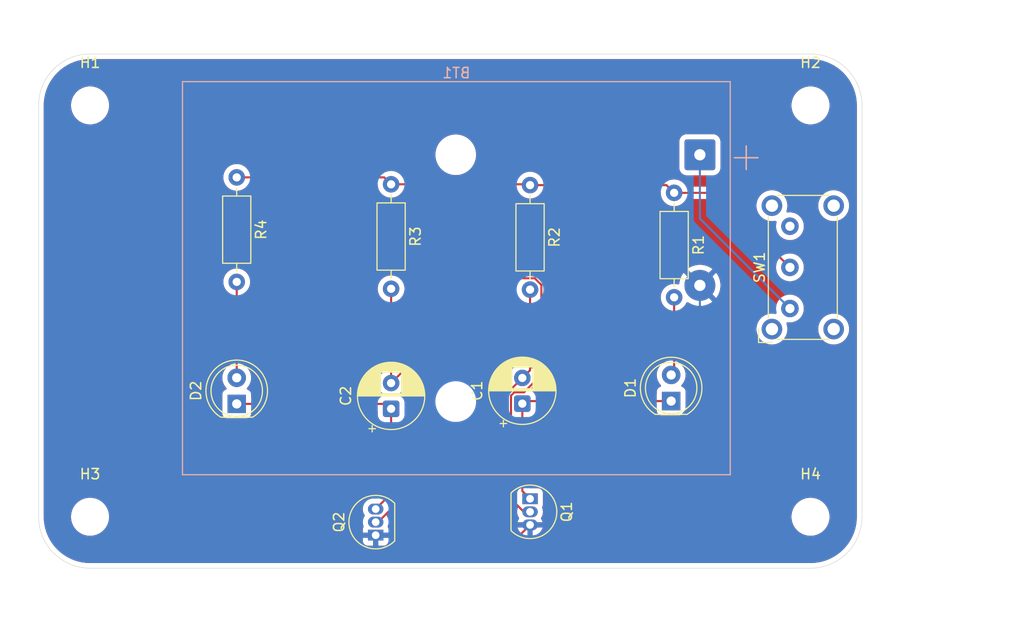
<source format=kicad_pcb>
(kicad_pcb (version 20241229) (generator "pcbnew") (generator_version "9.0")
  (layers (0 "F.Cu" signal) (2 "B.Cu" signal) (13 "F.Paste" user) (15 "B.Paste" user) (5 "F.SilkS" user "F.Silkscreen") (7 "B.SilkS" user "B.Silkscreen") (1 "F.Mask" user) (3 "B.Mask" user) (25 "Edge.Cuts" user))
  (net 0 "")
  (net 1 "Net-(BT1-+)")
  (net 2 "GND")
  (net 3 "Net-(D1-K)")
  (net 4 "Net-(Q2-B)")
  (net 5 "Net-(D2-K)")
  (net 6 "Net-(Q1-B)")
  (net 7 "Net-(D1-A)")
  (net 8 "Net-(D2-A)")
  (net 9 "VCC")
  (footprint "MountingHole:MountingHole_3.2mm_M3" (layer "F.Cu") (at 225 70)
    (property "Reference" "H2" (at 0 -4.15 0) (layer "F.SilkS"))
    (property "Value" "MountingHole")
    (pad "" np_thru_hole circle (at 0 0) (size 3.2 3.2) (drill 3.2) (layers "*.Cu" "*.Mask"))
  )
  (footprint "Capacitor_THT:CP_Radial_D6.3mm_P2.50mm" (layer "F.Cu") (at 197 99 90)
    (property "Reference" "C1" (at 1.25 -4.4 90) (layer "F.SilkS"))
    (property "Value" "10u")
    (fp_line (start 1.29 -3.23) (end 1.29 3.23) (stroke (width 0.12)) (layer "F.SilkS"))
    (fp_line (start 1.25 -3.23) (end 1.25 3.23) (stroke (width 0.12)) (layer "F.SilkS"))
    (fp_line (start 1.33 -3.229) (end 1.33 3.229) (stroke (width 0.12)) (layer "F.SilkS"))
    (fp_line (start 1.37 -3.228) (end 1.37 3.228) (stroke (width 0.12)) (layer "F.SilkS"))
    (fp_line (start 1.41 -3.226) (end 1.41 3.226) (stroke (width 0.12)) (layer "F.SilkS"))
    (fp_line (start 1.45 -3.224) (end 1.45 3.224) (stroke (width 0.12)) (layer "F.SilkS"))
    (fp_line (start 1.49 -3.221) (end 1.49 -1.04) (stroke (width 0.12)) (layer "F.SilkS"))
    (fp_line (start 1.53 -3.218) (end 1.53 -1.04) (stroke (width 0.12)) (layer "F.SilkS"))
    (fp_line (start 1.57 -3.214) (end 1.57 -1.04) (stroke (width 0.12)) (layer "F.SilkS"))
    (fp_line (start 1.61 -3.21) (end 1.61 -1.04) (stroke (width 0.12)) (layer "F.SilkS"))
    (fp_line (start 1.65 -3.205) (end 1.65 -1.04) (stroke (width 0.12)) (layer "F.SilkS"))
    (fp_line (start 1.69 -3.2) (end 1.69 -1.04) (stroke (width 0.12)) (layer "F.SilkS"))
    (fp_line (start 1.73 -3.195) (end 1.73 -1.04) (stroke (width 0.12)) (layer "F.SilkS"))
    (fp_line (start 1.77 -3.188) (end 1.77 -1.04) (stroke (width 0.12)) (layer "F.SilkS"))
    (fp_line (start 1.81 -3.182) (end 1.81 -1.04) (stroke (width 0.12)) (layer "F.SilkS"))
    (fp_line (start 1.85 -3.174) (end 1.85 -1.04) (stroke (width 0.12)) (layer "F.SilkS"))
    (fp_line (start 1.89 -3.167) (end 1.89 -1.04) (stroke (width 0.12)) (layer "F.SilkS"))
    (fp_line (start 1.93 -3.159) (end 1.93 -1.04) (stroke (width 0.12)) (layer "F.SilkS"))
    (fp_line (start 1.97 -3.15) (end 1.97 -1.04) (stroke (width 0.12)) (layer "F.SilkS"))
    (fp_line (start 2.01 -3.14) (end 2.01 -1.04) (stroke (width 0.12)) (layer "F.SilkS"))
    (fp_line (start 2.05 -3.131) (end 2.05 -1.04) (stroke (width 0.12)) (layer "F.SilkS"))
    (fp_line (start 2.09 -3.12) (end 2.09 -1.04) (stroke (width 0.12)) (layer "F.SilkS"))
    (fp_line (start 2.13 -3.109) (end 2.13 -1.04) (stroke (width 0.12)) (layer "F.SilkS"))
    (fp_line (start 2.17 -3.098) (end 2.17 -1.04) (stroke (width 0.12)) (layer "F.SilkS"))
    (fp_line (start 2.21 -3.086) (end 2.21 -1.04) (stroke (width 0.12)) (layer "F.SilkS"))
    (fp_line (start 2.25 -3.073) (end 2.25 -1.04) (stroke (width 0.12)) (layer "F.SilkS"))
    (fp_line (start 2.29 -3.06) (end 2.29 -1.04) (stroke (width 0.12)) (layer "F.SilkS"))
    (fp_line (start 2.33 -3.047) (end 2.33 -1.04) (stroke (width 0.12)) (layer "F.SilkS"))
    (fp_line (start 2.37 -3.032) (end 2.37 -1.04) (stroke (width 0.12)) (layer "F.SilkS"))
    (fp_line (start 2.41 -3.017) (end 2.41 -1.04) (stroke (width 0.12)) (layer "F.SilkS"))
    (fp_line (start 2.45 -3.002) (end 2.45 -1.04) (stroke (width 0.12)) (layer "F.SilkS"))
    (fp_line (start 2.49 -2.986) (end 2.49 -1.04) (stroke (width 0.12)) (layer "F.SilkS"))
    (fp_line (start 2.53 -2.969) (end 2.53 -1.04) (stroke (width 0.12)) (layer "F.SilkS"))
    (fp_line (start 2.57 -2.952) (end 2.57 -1.04) (stroke (width 0.12)) (layer "F.SilkS"))
    (fp_line (start 2.61 -2.934) (end 2.61 -1.04) (stroke (width 0.12)) (layer "F.SilkS"))
    (fp_line (start 2.65 -2.915) (end 2.65 -1.04) (stroke (width 0.12)) (layer "F.SilkS"))
    (fp_line (start 2.69 -2.896) (end 2.69 -1.04) (stroke (width 0.12)) (layer "F.SilkS"))
    (fp_line (start 2.73 -2.876) (end 2.73 -1.04) (stroke (width 0.12)) (layer "F.SilkS"))
    (fp_line (start 2.77 -2.855) (end 2.77 -1.04) (stroke (width 0.12)) (layer "F.SilkS"))
    (fp_line (start 2.81 -2.834) (end 2.81 -1.04) (stroke (width 0.12)) (layer "F.SilkS"))
    (fp_line (start 2.85 -2.812) (end 2.85 -1.04) (stroke (width 0.12)) (layer "F.SilkS"))
    (fp_line (start 2.89 -2.789) (end 2.89 -1.04) (stroke (width 0.12)) (layer "F.SilkS"))
    (fp_line (start 2.93 -2.765) (end 2.93 -1.04) (stroke (width 0.12)) (layer "F.SilkS"))
    (fp_line (start 2.97 -2.741) (end 2.97 -1.04) (stroke (width 0.12)) (layer "F.SilkS"))
    (fp_line (start 3.01 -2.716) (end 3.01 -1.04) (stroke (width 0.12)) (layer "F.SilkS"))
    (fp_line (start 3.05 -2.69) (end 3.05 -1.04) (stroke (width 0.12)) (layer "F.SilkS"))
    (fp_line (start 3.09 -2.663) (end 3.09 -1.04) (stroke (width 0.12)) (layer "F.SilkS"))
    (fp_line (start 3.13 -2.636) (end 3.13 -1.04) (stroke (width 0.12)) (layer "F.SilkS"))
    (fp_line (start 3.17 -2.607) (end 3.17 -1.04) (stroke (width 0.12)) (layer "F.SilkS"))
    (fp_line (start 3.21 -2.577) (end 3.21 -1.04) (stroke (width 0.12)) (layer "F.SilkS"))
    (fp_line (start 3.25 -2.547) (end 3.25 -1.04) (stroke (width 0.12)) (layer "F.SilkS"))
    (fp_line (start 3.29 -2.516) (end 3.29 -1.04) (stroke (width 0.12)) (layer "F.SilkS"))
    (fp_line (start 3.33 -2.483) (end 3.33 -1.04) (stroke (width 0.12)) (layer "F.SilkS"))
    (fp_line (start 3.37 -2.45) (end 3.37 -1.04) (stroke (width 0.12)) (layer "F.SilkS"))
    (fp_line (start 3.41 -2.415) (end 3.41 -1.04) (stroke (width 0.12)) (layer "F.SilkS"))
    (fp_line (start 3.45 -2.379) (end 3.45 -1.04) (stroke (width 0.12)) (layer "F.SilkS"))
    (fp_line (start 3.49 -2.342) (end 3.49 -1.04) (stroke (width 0.12)) (layer "F.SilkS"))
    (fp_line (start 3.53 -2.304) (end 3.53 -1.04) (stroke (width 0.12)) (layer "F.SilkS"))
    (fp_line (start 3.57 -2.264) (end 3.57 2.264) (stroke (width 0.12)) (layer "F.SilkS"))
    (fp_line (start 3.61 -2.223) (end 3.61 2.223) (stroke (width 0.12)) (layer "F.SilkS"))
    (fp_line (start 3.65 -2.181) (end 3.65 2.181) (stroke (width 0.12)) (layer "F.SilkS"))
    (fp_line (start -1.935241 -2.154) (end -1.935241 -1.524) (stroke (width 0.12)) (layer "F.SilkS"))
    (fp_line (start 3.69 -2.137) (end 3.69 2.137) (stroke (width 0.12)) (layer "F.SilkS"))
    (fp_line (start 3.73 -2.091) (end 3.73 2.091) (stroke (width 0.12)) (layer "F.SilkS"))
    (fp_line (start 3.77 -2.044) (end 3.77 2.044) (stroke (width 0.12)) (layer "F.SilkS"))
    (fp_line (start 3.81 -1.995) (end 3.81 1.995) (stroke (width 0.12)) (layer "F.SilkS"))
    (fp_line (start 3.85 -1.943) (end 3.85 1.943) (stroke (width 0.12)) (layer "F.SilkS"))
    (fp_line (start 3.89 -1.89) (end 3.89 1.89) (stroke (width 0.12)) (layer "F.SilkS"))
    (fp_line (start -2.250241 -1.839) (end -1.620241 -1.839) (stroke (width 0.12)) (layer "F.SilkS"))
    (fp_line (start 3.93 -1.834) (end 3.93 1.834) (stroke (width 0.12)) (layer "F.SilkS"))
    (fp_line (start 3.97 -1.775) (end 3.97 1.775) (stroke (width 0.12)) (layer "F.SilkS"))
    (fp_line (start 4.01 -1.714) (end 4.01 1.714) (stroke (width 0.12)) (layer "F.SilkS"))
    (fp_line (start 4.05 -1.649) (end 4.05 1.649) (stroke (width 0.12)) (layer "F.SilkS"))
    (fp_line (start 4.09 -1.581) (end 4.09 1.581) (stroke (width 0.12)) (layer "F.SilkS"))
    (fp_line (start 4.13 -1.509) (end 4.13 1.509) (stroke (width 0.12)) (layer "F.SilkS"))
    (fp_line (start 4.17 -1.432) (end 4.17 1.432) (stroke (width 0.12)) (layer "F.SilkS"))
    (fp_line (start 4.21 -1.35) (end 4.21 1.35) (stroke (width 0.12)) (layer "F.SilkS"))
    (fp_line (start 4.25 -1.261) (end 4.25 1.261) (stroke (width 0.12)) (layer "F.SilkS"))
    (fp_line (start 4.29 -1.165) (end 4.29 1.165) (stroke (width 0.12)) (layer "F.SilkS"))
    (fp_line (start 4.33 -1.058) (end 4.33 1.058) (stroke (width 0.12)) (layer "F.SilkS"))
    (fp_line (start 4.37 -0.939) (end 4.37 0.939) (stroke (width 0.12)) (layer "F.SilkS"))
    (fp_line (start 4.41 -0.801) (end 4.41 0.801) (stroke (width 0.12)) (layer "F.SilkS"))
    (fp_line (start 4.45 -0.633) (end 4.45 0.633) (stroke (width 0.12)) (layer "F.SilkS"))
    (fp_line (start 4.49 -0.402) (end 4.49 0.402) (stroke (width 0.12)) (layer "F.SilkS"))
    (fp_line (start 3.53 1.04) (end 3.53 2.304) (stroke (width 0.12)) (layer "F.SilkS"))
    (fp_line (start 3.49 1.04) (end 3.49 2.342) (stroke (width 0.12)) (layer "F.SilkS"))
    (fp_line (start 3.45 1.04) (end 3.45 2.379) (stroke (width 0.12)) (layer "F.SilkS"))
    (fp_line (start 3.41 1.04) (end 3.41 2.415) (stroke (width 0.12)) (layer "F.SilkS"))
    (fp_line (start 3.37 1.04) (end 3.37 2.45) (stroke (width 0.12)) (layer "F.SilkS"))
    (fp_line (start 3.33 1.04) (end 3.33 2.483) (stroke (width 0.12)) (layer "F.SilkS"))
    (fp_line (start 3.29 1.04) (end 3.29 2.516) (stroke (width 0.12)) (layer "F.SilkS"))
    (fp_line (start 3.25 1.04) (end 3.25 2.547) (stroke (width 0.12)) (layer "F.SilkS"))
    (fp_line (start 3.21 1.04) (end 3.21 2.577) (stroke (width 0.12)) (layer "F.SilkS"))
    (fp_line (start 3.17 1.04) (end 3.17 2.607) (stroke (width 0.12)) (layer "F.SilkS"))
    (fp_line (start 3.13 1.04) (end 3.13 2.636) (stroke (width 0.12)) (layer "F.SilkS"))
    (fp_line (start 3.09 1.04) (end 3.09 2.663) (stroke (width 0.12)) (layer "F.SilkS"))
    (fp_line (start 3.05 1.04) (end 3.05 2.69) (stroke (width 0.12)) (layer "F.SilkS"))
    (fp_line (start 3.01 1.04) (end 3.01 2.716) (stroke (width 0.12)) (layer "F.SilkS"))
    (fp_line (start 2.97 1.04) (end 2.97 2.741) (stroke (width 0.12)) (layer "F.SilkS"))
    (fp_line (start 2.93 1.04) (end 2.93 2.765) (stroke (width 0.12)) (layer "F.SilkS"))
    (fp_line (start 2.89 1.04) (end 2.89 2.789) (stroke (width 0.12)) (layer "F.SilkS"))
    (fp_line (start 2.85 1.04) (end 2.85 2.812) (stroke (width 0.12)) (layer "F.SilkS"))
    (fp_line (start 2.81 1.04) (end 2.81 2.834) (stroke (width 0.12)) (layer "F.SilkS"))
    (fp_line (start 2.77 1.04) (end 2.77 2.855) (stroke (width 0.12)) (layer "F.SilkS"))
    (fp_line (start 2.73 1.04) (end 2.73 2.876) (stroke (width 0.12)) (layer "F.SilkS"))
    (fp_line (start 2.69 1.04) (end 2.69 2.896) (stroke (width 0.12)) (layer "F.SilkS"))
    (fp_line (start 2.65 1.04) (end 2.65 2.915) (stroke (width 0.12)) (layer "F.SilkS"))
    (fp_line (start 2.61 1.04) (end 2.61 2.934) (stroke (width 0.12)) (layer "F.SilkS"))
    (fp_line (start 2.57 1.04) (end 2.57 2.952) (stroke (width 0.12)) (layer "F.SilkS"))
    (fp_line (start 2.53 1.04) (end 2.53 2.969) (stroke (width 0.12)) (layer "F.SilkS"))
    (fp_line (start 2.49 1.04) (end 2.49 2.986) (stroke (width 0.12)) (layer "F.SilkS"))
    (fp_line (start 2.45 1.04) (end 2.45 3.002) (stroke (width 0.12)) (layer "F.SilkS"))
    (fp_line (start 2.41 1.04) (end 2.41 3.017) (stroke (width 0.12)) (layer "F.SilkS"))
    (fp_line (start 2.37 1.04) (end 2.37 3.032) (stroke (width 0.12)) (layer "F.SilkS"))
    (fp_line (start 2.33 1.04) (end 2.33 3.047) (stroke (width 0.12)) (layer "F.SilkS"))
    (fp_line (start 2.29 1.04) (end 2.29 3.06) (stroke (width 0.12)) (layer "F.SilkS"))
    (fp_line (start 2.25 1.04) (end 2.25 3.073) (stroke (width 0.12)) (layer "F.SilkS"))
    (fp_line (start 2.21 1.04) (end 2.21 3.086) (stroke (width 0.12)) (layer "F.SilkS"))
    (fp_line (start 2.17 1.04) (end 2.17 3.098) (stroke (width 0.12)) (layer "F.SilkS"))
    (fp_line (start 2.13 1.04) (end 2.13 3.109) (stroke (width 0.12)) (layer "F.SilkS"))
    (fp_line (start 2.09 1.04) (end 2.09 3.12) (stroke (width 0.12)) (layer "F.SilkS"))
    (fp_line (start 2.05 1.04) (end 2.05 3.131) (stroke (width 0.12)) (layer "F.SilkS"))
    (fp_line (start 2.01 1.04) (end 2.01 3.14) (stroke (width 0.12)) (layer "F.SilkS"))
    (fp_line (start 1.97 1.04) (end 1.97 3.15) (stroke (width 0.12)) (layer "F.SilkS"))
    (fp_line (start 1.93 1.04) (end 1.93 3.159) (stroke (width 0.12)) (layer "F.SilkS"))
    (fp_line (start 1.89 1.04) (end 1.89 3.167) (stroke (width 0.12)) (layer "F.SilkS"))
    (fp_line (start 1.85 1.04) (end 1.85 3.174) (stroke (width 0.12)) (layer "F.SilkS"))
    (fp_line (start 1.81 1.04) (end 1.81 3.182) (stroke (width 0.12)) (layer "F.SilkS"))
    (fp_line (start 1.77 1.04) (end 1.77 3.188) (stroke (width 0.12)) (layer "F.SilkS"))
    (fp_line (start 1.73 1.04) (end 1.73 3.195) (stroke (width 0.12)) (layer "F.SilkS"))
    (fp_line (start 1.69 1.04) (end 1.69 3.2) (stroke (width 0.12)) (layer "F.SilkS"))
    (fp_line (start 1.65 1.04) (end 1.65 3.205) (stroke (width 0.12)) (layer "F.SilkS"))
    (fp_line (start 1.61 1.04) (end 1.61 3.21) (stroke (width 0.12)) (layer "F.SilkS"))
    (fp_line (start 1.57 1.04) (end 1.57 3.214) (stroke (width 0.12)) (layer "F.SilkS"))
    (fp_line (start 1.53 1.04) (end 1.53 3.218) (stroke (width 0.12)) (layer "F.SilkS"))
    (fp_line (start 1.49 1.04) (end 1.49 3.221) (stroke (width 0.12)) (layer "F.SilkS"))
    (fp_circle (center 1.25 0) (end 4.52 0) (stroke (width 0.12)) (fill no) (layer "F.SilkS"))
    (pad "1" thru_hole roundrect (at 0 0 90) (size 1.6 1.6) (drill 0.8) (layers "*.Cu" "*.Mask") (roundrect_rratio 0.15625) (net 3 "Net-(D1-K)"))
    (pad "2" thru_hole circle (at 2.5 0 90) (size 1.6 1.6) (drill 0.8) (layers "*.Cu" "*.Mask") (net 4 "Net-(Q2-B)"))
  )
  (footprint "Resistor_THT:R_Axial_DIN0207_L6.3mm_D2.5mm_P10.16mm_Horizontal" (layer "F.Cu") (at 169.25 77 -90)
    (property "Reference" "R4" (at 5.08 -2.37 90) (layer "F.SilkS"))
    (property "Value" "330")
    (fp_line (start 1.04 0) (end 1.81 0) (stroke (width 0.12)) (layer "F.SilkS"))
    (fp_line (start 9.12 0) (end 8.35 0) (stroke (width 0.12)) (layer "F.SilkS"))
    (fp_rect (start 1.81 -1.37) (end 8.35 1.37) (stroke (width 0.12)) (fill no) (layer "F.SilkS"))
    (pad "1" thru_hole circle (at 0 0 270) (size 1.6 1.6) (drill 0.8) (layers "*.Cu" "*.Mask") (net 9 "VCC"))
    (pad "2" thru_hole circle (at 10.16 0 270) (size 1.6 1.6) (drill 0.8) (layers "*.Cu" "*.Mask") (net 8 "Net-(D2-A)"))
  )
  (footprint "LED_THT:LED_D5.0mm" (layer "F.Cu") (at 169.25 99.025 90)
    (property "Reference" "D2" (at 1.27 -3.96 90) (layer "F.SilkS"))
    (property "Value" "LED")
    (fp_line (start -1.29 -1.545) (end -1.29 1.545) (stroke (width 0.12)) (layer "F.SilkS"))
    (fp_arc (start -1.29 -1.54483) (mid 2.071779 -2.880495) (end 4.26 0) (stroke (width 0.12)) (layer "F.SilkS"))
    (fp_arc (start 4.26 0) (mid 2.071779 2.880495) (end -1.29 1.54483) (stroke (width 0.12)) (layer "F.SilkS"))
    (fp_circle (center 1.27 0) (end 3.77 0) (stroke (width 0.12)) (fill no) (layer "F.SilkS"))
    (pad "1" thru_hole rect (at 0 0 90) (size 1.8 1.8) (drill 0.9) (layers "*.Cu" "*.Mask") (net 5 "Net-(D2-K)"))
    (pad "2" thru_hole circle (at 2.54 0 90) (size 1.8 1.8) (drill 0.9) (layers "*.Cu" "*.Mask") (net 8 "Net-(D2-A)"))
  )
  (footprint "Resistor_THT:R_Axial_DIN0207_L6.3mm_D2.5mm_P10.16mm_Horizontal" (layer "F.Cu") (at 197.75 77.75 -90)
    (property "Reference" "R2" (at 5.08 -2.37 90) (layer "F.SilkS"))
    (property "Value" "47k")
    (fp_line (start 1.04 0) (end 1.81 0) (stroke (width 0.12)) (layer "F.SilkS"))
    (fp_line (start 9.12 0) (end 8.35 0) (stroke (width 0.12)) (layer "F.SilkS"))
    (fp_rect (start 1.81 -1.37) (end 8.35 1.37) (stroke (width 0.12)) (fill no) (layer "F.SilkS"))
    (pad "1" thru_hole circle (at 0 0 270) (size 1.6 1.6) (drill 0.8) (layers "*.Cu" "*.Mask") (net 9 "VCC"))
    (pad "2" thru_hole circle (at 10.16 0 270) (size 1.6 1.6) (drill 0.8) (layers "*.Cu" "*.Mask") (net 4 "Net-(Q2-B)"))
  )
  (footprint "Package_TO_SOT_THT:TO-92_Inline" (layer "F.Cu") (at 197.75 108.25 -90)
    (property "Reference" "Q1" (at 1.27 -3.56 90) (layer "F.SilkS"))
    (property "Value" "2N3904")
    (fp_line (start -0.53 1.85) (end 3.07 1.85) (stroke (width 0.12)) (layer "F.SilkS"))
    (fp_arc (start -0.568478 1.838478) (mid -1.132087 -0.994977) (end 1.27 -2.6) (stroke (width 0.12)) (layer "F.SilkS"))
    (fp_arc (start 1.27 -2.6) (mid 3.672087 -0.994977) (end 3.108478 1.838478) (stroke (width 0.12)) (layer "F.SilkS"))
    (pad "1" thru_hole rect (at 0 0 270) (size 1.05 1.5) (drill 0.75) (layers "*.Cu" "*.Mask") (net 3 "Net-(D1-K)"))
    (pad "2" thru_hole oval (at 1.27 0 270) (size 1.05 1.5) (drill 0.75) (layers "*.Cu" "*.Mask") (net 6 "Net-(Q1-B)"))
    (pad "3" thru_hole oval (at 2.54 0 270) (size 1.05 1.5) (drill 0.75) (layers "*.Cu" "*.Mask") (net 2 "GND"))
  )
  (footprint "Resistor_THT:R_Axial_DIN0207_L6.3mm_D2.5mm_P10.16mm_Horizontal" (layer "F.Cu") (at 211.75 78.5 -90)
    (property "Reference" "R1" (at 5.08 -2.37 90) (layer "F.SilkS"))
    (property "Value" "300")
    (fp_line (start 1.04 0) (end 1.81 0) (stroke (width 0.12)) (layer "F.SilkS"))
    (fp_line (start 9.12 0) (end 8.35 0) (stroke (width 0.12)) (layer "F.SilkS"))
    (fp_rect (start 1.81 -1.37) (end 8.35 1.37) (stroke (width 0.12)) (fill no) (layer "F.SilkS"))
    (pad "1" thru_hole circle (at 0 0 270) (size 1.6 1.6) (drill 0.8) (layers "*.Cu" "*.Mask") (net 9 "VCC"))
    (pad "2" thru_hole circle (at 10.16 0 270) (size 1.6 1.6) (drill 0.8) (layers "*.Cu" "*.Mask") (net 7 "Net-(D1-A)"))
  )
  (footprint "MountingHole:MountingHole_3.2mm_M3" (layer "F.Cu") (at 225 110)
    (property "Reference" "H4" (at 0 -4.15 0) (layer "F.SilkS"))
    (property "Value" "MountingHole")
    (pad "" np_thru_hole circle (at 0 0) (size 3.2 3.2) (drill 3.2) (layers "*.Cu" "*.Mask"))
  )
  (footprint "Resistor_THT:R_Axial_DIN0207_L6.3mm_D2.5mm_P10.16mm_Horizontal" (layer "F.Cu") (at 184.25 77.67 -90)
    (property "Reference" "R3" (at 5.08 -2.37 90) (layer "F.SilkS"))
    (property "Value" "47k")
    (fp_line (start 1.04 0) (end 1.81 0) (stroke (width 0.12)) (layer "F.SilkS"))
    (fp_line (start 9.12 0) (end 8.35 0) (stroke (width 0.12)) (layer "F.SilkS"))
    (fp_rect (start 1.81 -1.37) (end 8.35 1.37) (stroke (width 0.12)) (fill no) (layer "F.SilkS"))
    (pad "1" thru_hole circle (at 0 0 270) (size 1.6 1.6) (drill 0.8) (layers "*.Cu" "*.Mask") (net 9 "VCC"))
    (pad "2" thru_hole circle (at 10.16 0 270) (size 1.6 1.6) (drill 0.8) (layers "*.Cu" "*.Mask") (net 6 "Net-(Q1-B)"))
  )
  (footprint "MountingHole:MountingHole_3.2mm_M3" (layer "F.Cu") (at 155 110)
    (property "Reference" "H3" (at 0 -4.15 0) (layer "F.SilkS"))
    (property "Value" "MountingHole")
    (pad "" np_thru_hole circle (at 0 0) (size 3.2 3.2) (drill 3.2) (layers "*.Cu" "*.Mask"))
  )
  (footprint "Button_Switch_THT:SW_E-Switch_EG1224_SPDT_Angled" (layer "F.Cu") (at 223 89.75 90)
    (property "Reference" "SW1" (at 4 -2.95 90) (layer "F.SilkS"))
    (property "Value" "SW_SPDT")
    (fp_line (start -3.3 -3.05) (end -2 -3.05) (stroke (width 0.12)) (layer "F.SilkS"))
    (fp_line (start -0.95 -2.1) (end 8.95 -2.1) (stroke (width 0.12)) (layer "F.SilkS"))
    (fp_line (start -3.3 -1.75) (end -3.3 -3.05) (stroke (width 0.12)) (layer "F.SilkS"))
    (fp_line (start 11 -1.35) (end 11 3.85) (stroke (width 0.12)) (layer "F.SilkS"))
    (fp_line (start -3 3.85) (end -3 -1.35) (stroke (width 0.12)) (layer "F.SilkS"))
    (fp_line (start 8.95 4.6) (end -0.95 4.6) (stroke (width 0.12)) (layer "F.SilkS"))
    (pad "" thru_hole circle (at -2 -1.75 90) (size 2 2) (drill 1.2) (layers "*.Cu" "*.Mask"))
    (pad "" thru_hole circle (at -2 4.25 90) (size 2 2) (drill 1.2) (layers "*.Cu" "*.Mask"))
    (pad "" thru_hole circle (at 10 -1.75 90) (size 2 2) (drill 1.2) (layers "*.Cu" "*.Mask"))
    (pad "" thru_hole circle (at 10 4.25 90) (size 2 2) (drill 1.2) (layers "*.Cu" "*.Mask"))
    (pad "1" thru_hole circle (at 0 0 90) (size 1.7 1.7) (drill 0.9) (layers "*.Cu" "*.Mask") (net 1 "Net-(BT1-+)"))
    (pad "2" thru_hole circle (at 4 0 90) (size 1.7 1.7) (drill 0.9) (layers "*.Cu" "*.Mask") (net 9 "VCC"))
    (pad "3" thru_hole circle (at 8 0 90) (size 1.7 1.7) (drill 0.9) (layers "*.Cu" "*.Mask"))
  )
  (footprint "LED_THT:LED_D5.0mm" (layer "F.Cu") (at 211.46 98.75 90)
    (property "Reference" "D1" (at 1.27 -3.96 90) (layer "F.SilkS"))
    (property "Value" "LED")
    (fp_line (start -1.29 -1.545) (end -1.29 1.545) (stroke (width 0.12)) (layer "F.SilkS"))
    (fp_arc (start -1.29 -1.54483) (mid 2.071779 -2.880495) (end 4.26 0) (stroke (width 0.12)) (layer "F.SilkS"))
    (fp_arc (start 4.26 0) (mid 2.071779 2.880495) (end -1.29 1.54483) (stroke (width 0.12)) (layer "F.SilkS"))
    (fp_circle (center 1.27 0) (end 3.77 0) (stroke (width 0.12)) (fill no) (layer "F.SilkS"))
    (pad "1" thru_hole rect (at 0 0 90) (size 1.8 1.8) (drill 0.9) (layers "*.Cu" "*.Mask") (net 3 "Net-(D1-K)"))
    (pad "2" thru_hole circle (at 2.54 0 90) (size 1.8 1.8) (drill 0.9) (layers "*.Cu" "*.Mask") (net 7 "Net-(D1-A)"))
  )
  (footprint "Capacitor_THT:CP_Radial_D6.3mm_P2.50mm" (layer "F.Cu") (at 184.25 99.5 90)
    (property "Reference" "C2" (at 1.25 -4.4 90) (layer "F.SilkS"))
    (property "Value" "10u")
    (fp_line (start 1.29 -3.23) (end 1.29 3.23) (stroke (width 0.12)) (layer "F.SilkS"))
    (fp_line (start 1.25 -3.23) (end 1.25 3.23) (stroke (width 0.12)) (layer "F.SilkS"))
    (fp_line (start 1.33 -3.229) (end 1.33 3.229) (stroke (width 0.12)) (layer "F.SilkS"))
    (fp_line (start 1.37 -3.228) (end 1.37 3.228) (stroke (width 0.12)) (layer "F.SilkS"))
    (fp_line (start 1.41 -3.226) (end 1.41 3.226) (stroke (width 0.12)) (layer "F.SilkS"))
    (fp_line (start 1.45 -3.224) (end 1.45 3.224) (stroke (width 0.12)) (layer "F.SilkS"))
    (fp_line (start 1.49 -3.221) (end 1.49 -1.04) (stroke (width 0.12)) (layer "F.SilkS"))
    (fp_line (start 1.53 -3.218) (end 1.53 -1.04) (stroke (width 0.12)) (layer "F.SilkS"))
    (fp_line (start 1.57 -3.214) (end 1.57 -1.04) (stroke (width 0.12)) (layer "F.SilkS"))
    (fp_line (start 1.61 -3.21) (end 1.61 -1.04) (stroke (width 0.12)) (layer "F.SilkS"))
    (fp_line (start 1.65 -3.205) (end 1.65 -1.04) (stroke (width 0.12)) (layer "F.SilkS"))
    (fp_line (start 1.69 -3.2) (end 1.69 -1.04) (stroke (width 0.12)) (layer "F.SilkS"))
    (fp_line (start 1.73 -3.195) (end 1.73 -1.04) (stroke (width 0.12)) (layer "F.SilkS"))
    (fp_line (start 1.77 -3.188) (end 1.77 -1.04) (stroke (width 0.12)) (layer "F.SilkS"))
    (fp_line (start 1.81 -3.182) (end 1.81 -1.04) (stroke (width 0.12)) (layer "F.SilkS"))
    (fp_line (start 1.85 -3.174) (end 1.85 -1.04) (stroke (width 0.12)) (layer "F.SilkS"))
    (fp_line (start 1.89 -3.167) (end 1.89 -1.04) (stroke (width 0.12)) (layer "F.SilkS"))
    (fp_line (start 1.93 -3.159) (end 1.93 -1.04) (stroke (width 0.12)) (layer "F.SilkS"))
    (fp_line (start 1.97 -3.15) (end 1.97 -1.04) (stroke (width 0.12)) (layer "F.SilkS"))
    (fp_line (start 2.01 -3.14) (end 2.01 -1.04) (stroke (width 0.12)) (layer "F.SilkS"))
    (fp_line (start 2.05 -3.131) (end 2.05 -1.04) (stroke (width 0.12)) (layer "F.SilkS"))
    (fp_line (start 2.09 -3.12) (end 2.09 -1.04) (stroke (width 0.12)) (layer "F.SilkS"))
    (fp_line (start 2.13 -3.109) (end 2.13 -1.04) (stroke (width 0.12)) (layer "F.SilkS"))
    (fp_line (start 2.17 -3.098) (end 2.17 -1.04) (stroke (width 0.12)) (layer "F.SilkS"))
    (fp_line (start 2.21 -3.086) (end 2.21 -1.04) (stroke (width 0.12)) (layer "F.SilkS"))
    (fp_line (start 2.25 -3.073) (end 2.25 -1.04) (stroke (width 0.12)) (layer "F.SilkS"))
    (fp_line (start 2.29 -3.06) (end 2.29 -1.04) (stroke (width 0.12)) (layer "F.SilkS"))
    (fp_line (start 2.33 -3.047) (end 2.33 -1.04) (stroke (width 0.12)) (layer "F.SilkS"))
    (fp_line (start 2.37 -3.032) (end 2.37 -1.04) (stroke (width 0.12)) (layer "F.SilkS"))
    (fp_line (start 2.41 -3.017) (end 2.41 -1.04) (stroke (width 0.12)) (layer "F.SilkS"))
    (fp_line (start 2.45 -3.002) (end 2.45 -1.04) (stroke (width 0.12)) (layer "F.SilkS"))
    (fp_line (start 2.49 -2.986) (end 2.49 -1.04) (stroke (width 0.12)) (layer "F.SilkS"))
    (fp_line (start 2.53 -2.969) (end 2.53 -1.04) (stroke (width 0.12)) (layer "F.SilkS"))
    (fp_line (start 2.57 -2.952) (end 2.57 -1.04) (stroke (width 0.12)) (layer "F.SilkS"))
    (fp_line (start 2.61 -2.934) (end 2.61 -1.04) (stroke (width 0.12)) (layer "F.SilkS"))
    (fp_line (start 2.65 -2.915) (end 2.65 -1.04) (stroke (width 0.12)) (layer "F.SilkS"))
    (fp_line (start 2.69 -2.896) (end 2.69 -1.04) (stroke (width 0.12)) (layer "F.SilkS"))
    (fp_line (start 2.73 -2.876) (end 2.73 -1.04) (stroke (width 0.12)) (layer "F.SilkS"))
    (fp_line (start 2.77 -2.855) (end 2.77 -1.04) (stroke (width 0.12)) (layer "F.SilkS"))
    (fp_line (start 2.81 -2.834) (end 2.81 -1.04) (stroke (width 0.12)) (layer "F.SilkS"))
    (fp_line (start 2.85 -2.812) (end 2.85 -1.04) (stroke (width 0.12)) (layer "F.SilkS"))
    (fp_line (start 2.89 -2.789) (end 2.89 -1.04) (stroke (width 0.12)) (layer "F.SilkS"))
    (fp_line (start 2.93 -2.765) (end 2.93 -1.04) (stroke (width 0.12)) (layer "F.SilkS"))
    (fp_line (start 2.97 -2.741) (end 2.97 -1.04) (stroke (width 0.12)) (layer "F.SilkS"))
    (fp_line (start 3.01 -2.716) (end 3.01 -1.04) (stroke (width 0.12)) (layer "F.SilkS"))
    (fp_line (start 3.05 -2.69) (end 3.05 -1.04) (stroke (width 0.12)) (layer "F.SilkS"))
    (fp_line (start 3.09 -2.663) (end 3.09 -1.04) (stroke (width 0.12)) (layer "F.SilkS"))
    (fp_line (start 3.13 -2.636) (end 3.13 -1.04) (stroke (width 0.12)) (layer "F.SilkS"))
    (fp_line (start 3.17 -2.607) (end 3.17 -1.04) (stroke (width 0.12)) (layer "F.SilkS"))
    (fp_line (start 3.21 -2.577) (end 3.21 -1.04) (stroke (width 0.12)) (layer "F.SilkS"))
    (fp_line (start 3.25 -2.547) (end 3.25 -1.04) (stroke (width 0.12)) (layer "F.SilkS"))
    (fp_line (start 3.29 -2.516) (end 3.29 -1.04) (stroke (width 0.12)) (layer "F.SilkS"))
    (fp_line (start 3.33 -2.483) (end 3.33 -1.04) (stroke (width 0.12)) (layer "F.SilkS"))
    (fp_line (start 3.37 -2.45) (end 3.37 -1.04) (stroke (width 0.12)) (layer "F.SilkS"))
    (fp_line (start 3.41 -2.415) (end 3.41 -1.04) (stroke (width 0.12)) (layer "F.SilkS"))
    (fp_line (start 3.45 -2.379) (end 3.45 -1.04) (stroke (width 0.12)) (layer "F.SilkS"))
    (fp_line (start 3.49 -2.342) (end 3.49 -1.04) (stroke (width 0.12)) (layer "F.SilkS"))
    (fp_line (start 3.53 -2.304) (end 3.53 -1.04) (stroke (width 0.12)) (layer "F.SilkS"))
    (fp_line (start 3.57 -2.264) (end 3.57 2.264) (stroke (width 0.12)) (layer "F.SilkS"))
    (fp_line (start 3.61 -2.223) (end 3.61 2.223) (stroke (width 0.12)) (layer "F.SilkS"))
    (fp_line (start 3.65 -2.181) (end 3.65 2.181) (stroke (width 0.12)) (layer "F.SilkS"))
    (fp_line (start -1.935241 -2.154) (end -1.935241 -1.524) (stroke (width 0.12)) (layer "F.SilkS"))
    (fp_line (start 3.69 -2.137) (end 3.69 2.137) (stroke (width 0.12)) (layer "F.SilkS"))
    (fp_line (start 3.73 -2.091) (end 3.73 2.091) (stroke (width 0.12)) (layer "F.SilkS"))
    (fp_line (start 3.77 -2.044) (end 3.77 2.044) (stroke (width 0.12)) (layer "F.SilkS"))
    (fp_line (start 3.81 -1.995) (end 3.81 1.995) (stroke (width 0.12)) (layer "F.SilkS"))
    (fp_line (start 3.85 -1.943) (end 3.85 1.943) (stroke (width 0.12)) (layer "F.SilkS"))
    (fp_line (start 3.89 -1.89) (end 3.89 1.89) (stroke (width 0.12)) (layer "F.SilkS"))
    (fp_line (start -2.250241 -1.839) (end -1.620241 -1.839) (stroke (width 0.12)) (layer "F.SilkS"))
    (fp_line (start 3.93 -1.834) (end 3.93 1.834) (stroke (width 0.12)) (layer "F.SilkS"))
    (fp_line (start 3.97 -1.775) (end 3.97 1.775) (stroke (width 0.12)) (layer "F.SilkS"))
    (fp_line (start 4.01 -1.714) (end 4.01 1.714) (stroke (width 0.12)) (layer "F.SilkS"))
    (fp_line (start 4.05 -1.649) (end 4.05 1.649) (stroke (width 0.12)) (layer "F.SilkS"))
    (fp_line (start 4.09 -1.581) (end 4.09 1.581) (stroke (width 0.12)) (layer "F.SilkS"))
    (fp_line (start 4.13 -1.509) (end 4.13 1.509) (stroke (width 0.12)) (layer "F.SilkS"))
    (fp_line (start 4.17 -1.432) (end 4.17 1.432) (stroke (width 0.12)) (layer "F.SilkS"))
    (fp_line (start 4.21 -1.35) (end 4.21 1.35) (stroke (width 0.12)) (layer "F.SilkS"))
    (fp_line (start 4.25 -1.261) (end 4.25 1.261) (stroke (width 0.12)) (layer "F.SilkS"))
    (fp_line (start 4.29 -1.165) (end 4.29 1.165) (stroke (width 0.12)) (layer "F.SilkS"))
    (fp_line (start 4.33 -1.058) (end 4.33 1.058) (stroke (width 0.12)) (layer "F.SilkS"))
    (fp_line (start 4.37 -0.939) (end 4.37 0.939) (stroke (width 0.12)) (layer "F.SilkS"))
    (fp_line (start 4.41 -0.801) (end 4.41 0.801) (stroke (width 0.12)) (layer "F.SilkS"))
    (fp_line (start 4.45 -0.633) (end 4.45 0.633) (stroke (width 0.12)) (layer "F.SilkS"))
    (fp_line (start 4.49 -0.402) (end 4.49 0.402) (stroke (width 0.12)) (layer "F.SilkS"))
    (fp_line (start 3.53 1.04) (end 3.53 2.304) (stroke (width 0.12)) (layer "F.SilkS"))
    (fp_line (start 3.49 1.04) (end 3.49 2.342) (stroke (width 0.12)) (layer "F.SilkS"))
    (fp_line (start 3.45 1.04) (end 3.45 2.379) (stroke (width 0.12)) (layer "F.SilkS"))
    (fp_line (start 3.41 1.04) (end 3.41 2.415) (stroke (width 0.12)) (layer "F.SilkS"))
    (fp_line (start 3.37 1.04) (end 3.37 2.45) (stroke (width 0.12)) (layer "F.SilkS"))
    (fp_line (start 3.33 1.04) (end 3.33 2.483) (stroke (width 0.12)) (layer "F.SilkS"))
    (fp_line (start 3.29 1.04) (end 3.29 2.516) (stroke (width 0.12)) (layer "F.SilkS"))
    (fp_line (start 3.25 1.04) (end 3.25 2.547) (stroke (width 0.12)) (layer "F.SilkS"))
    (fp_line (start 3.21 1.04) (end 3.21 2.577) (stroke (width 0.12)) (layer "F.SilkS"))
    (fp_line (start 3.17 1.04) (end 3.17 2.607) (stroke (width 0.12)) (layer "F.SilkS"))
    (fp_line (start 3.13 1.04) (end 3.13 2.636) (stroke (width 0.12)) (layer "F.SilkS"))
    (fp_line (start 3.09 1.04) (end 3.09 2.663) (stroke (width 0.12)) (layer "F.SilkS"))
    (fp_line (start 3.05 1.04) (end 3.05 2.69) (stroke (width 0.12)) (layer "F.SilkS"))
    (fp_line (start 3.01 1.04) (end 3.01 2.716) (stroke (width 0.12)) (layer "F.SilkS"))
    (fp_line (start 2.97 1.04) (end 2.97 2.741) (stroke (width 0.12)) (layer "F.SilkS"))
    (fp_line (start 2.93 1.04) (end 2.93 2.765) (stroke (width 0.12)) (layer "F.SilkS"))
    (fp_line (start 2.89 1.04) (end 2.89 2.789) (stroke (width 0.12)) (layer "F.SilkS"))
    (fp_line (start 2.85 1.04) (end 2.85 2.812) (stroke (width 0.12)) (layer "F.SilkS"))
    (fp_line (start 2.81 1.04) (end 2.81 2.834) (stroke (width 0.12)) (layer "F.SilkS"))
    (fp_line (start 2.77 1.04) (end 2.77 2.855) (stroke (width 0.12)) (layer "F.SilkS"))
    (fp_line (start 2.73 1.04) (end 2.73 2.876) (stroke (width 0.12)) (layer "F.SilkS"))
    (fp_line (start 2.69 1.04) (end 2.69 2.896) (stroke (width 0.12)) (layer "F.SilkS"))
    (fp_line (start 2.65 1.04) (end 2.65 2.915) (stroke (width 0.12)) (layer "F.SilkS"))
    (fp_line (start 2.61 1.04) (end 2.61 2.934) (stroke (width 0.12)) (layer "F.SilkS"))
    (fp_line (start 2.57 1.04) (end 2.57 2.952) (stroke (width 0.12)) (layer "F.SilkS"))
    (fp_line (start 2.53 1.04) (end 2.53 2.969) (stroke (width 0.12)) (layer "F.SilkS"))
    (fp_line (start 2.49 1.04) (end 2.49 2.986) (stroke (width 0.12)) (layer "F.SilkS"))
    (fp_line (start 2.45 1.04) (end 2.45 3.002) (stroke (width 0.12)) (layer "F.SilkS"))
    (fp_line (start 2.41 1.04) (end 2.41 3.017) (stroke (width 0.12)) (layer "F.SilkS"))
    (fp_line (start 2.37 1.04) (end 2.37 3.032) (stroke (width 0.12)) (layer "F.SilkS"))
    (fp_line (start 2.33 1.04) (end 2.33 3.047) (stroke (width 0.12)) (layer "F.SilkS"))
    (fp_line (start 2.29 1.04) (end 2.29 3.06) (stroke (width 0.12)) (layer "F.SilkS"))
    (fp_line (start 2.25 1.04) (end 2.25 3.073) (stroke (width 0.12)) (layer "F.SilkS"))
    (fp_line (start 2.21 1.04) (end 2.21 3.086) (stroke (width 0.12)) (layer "F.SilkS"))
    (fp_line (start 2.17 1.04) (end 2.17 3.098) (stroke (width 0.12)) (layer "F.SilkS"))
    (fp_line (start 2.13 1.04) (end 2.13 3.109) (stroke (width 0.12)) (layer "F.SilkS"))
    (fp_line (start 2.09 1.04) (end 2.09 3.12) (stroke (width 0.12)) (layer "F.SilkS"))
    (fp_line (start 2.05 1.04) (end 2.05 3.131) (stroke (width 0.12)) (layer "F.SilkS"))
    (fp_line (start 2.01 1.04) (end 2.01 3.14) (stroke (width 0.12)) (layer "F.SilkS"))
    (fp_line (start 1.97 1.04) (end 1.97 3.15) (stroke (width 0.12)) (layer "F.SilkS"))
    (fp_line (start 1.93 1.04) (end 1.93 3.159) (stroke (width 0.12)) (layer "F.SilkS"))
    (fp_line (start 1.89 1.04) (end 1.89 3.167) (stroke (width 0.12)) (layer "F.SilkS"))
    (fp_line (start 1.85 1.04) (end 1.85 3.174) (stroke (width 0.12)) (layer "F.SilkS"))
    (fp_line (start 1.81 1.04) (end 1.81 3.182) (stroke (width 0.12)) (layer "F.SilkS"))
    (fp_line (start 1.77 1.04) (end 1.77 3.188) (stroke (width 0.12)) (layer "F.SilkS"))
    (fp_line (start 1.73 1.04) (end 1.73 3.195) (stroke (width 0.12)) (layer "F.SilkS"))
    (fp_line (start 1.69 1.04) (end 1.69 3.2) (stroke (width 0.12)) (layer "F.SilkS"))
    (fp_line (start 1.65 1.04) (end 1.65 3.205) (stroke (width 0.12)) (layer "F.SilkS"))
    (fp_line (start 1.61 1.04) (end 1.61 3.21) (stroke (width 0.12)) (layer "F.SilkS"))
    (fp_line (start 1.57 1.04) (end 1.57 3.214) (stroke (width 0.12)) (layer "F.SilkS"))
    (fp_line (start 1.53 1.04) (end 1.53 3.218) (stroke (width 0.12)) (layer "F.SilkS"))
    (fp_line (start 1.49 1.04) (end 1.49 3.221) (stroke (width 0.12)) (layer "F.SilkS"))
    (fp_circle (center 1.25 0) (end 4.52 0) (stroke (width 0.12)) (fill no) (layer "F.SilkS"))
    (pad "1" thru_hole roundrect (at 0 0 90) (size 1.6 1.6) (drill 0.8) (layers "*.Cu" "*.Mask") (roundrect_rratio 0.15625) (net 5 "Net-(D2-K)"))
    (pad "2" thru_hole circle (at 2.5 0 90) (size 1.6 1.6) (drill 0.8) (layers "*.Cu" "*.Mask") (net 6 "Net-(Q1-B)"))
  )
  (footprint "Package_TO_SOT_THT:TO-92_Inline" (layer "F.Cu") (at 182.75 111.79 90)
    (property "Reference" "Q2" (at 1.27 -3.56 90) (layer "F.SilkS"))
    (property "Value" "2N3904")
    (fp_line (start -0.53 1.85) (end 3.07 1.85) (stroke (width 0.12)) (layer "F.SilkS"))
    (fp_arc (start 1.27 -2.6) (mid 3.672087 -0.994977) (end 3.108478 1.838478) (stroke (width 0.12)) (layer "F.SilkS"))
    (fp_arc (start -0.568478 1.838478) (mid -1.132087 -0.994977) (end 1.27 -2.6) (stroke (width 0.12)) (layer "F.SilkS"))
    (pad "1" thru_hole rect (at 0 0 90) (size 1.05 1.5) (drill 0.75) (layers "*.Cu" "*.Mask") (net 2 "GND"))
    (pad "2" thru_hole oval (at 1.27 0 90) (size 1.05 1.5) (drill 0.75) (layers "*.Cu" "*.Mask") (net 4 "Net-(Q2-B)"))
    (pad "3" thru_hole oval (at 2.54 0 90) (size 1.05 1.5) (drill 0.75) (layers "*.Cu" "*.Mask") (net 5 "Net-(D2-K)"))
  )
  (footprint "MountingHole:MountingHole_3.2mm_M3" (layer "F.Cu") (at 155 70)
    (property "Reference" "H1" (at 0 -4.15 0) (layer "F.SilkS"))
    (property "Value" "MountingHole")
    (pad "" np_thru_hole circle (at 0 0) (size 3.2 3.2) (drill 3.2) (layers "*.Cu" "*.Mask"))
  )
  (footprint "Battery:BatteryHolder_Keystone_2479_3xAAA" (layer "B.Cu") (at 214.25 74.8 180)
    (property "Reference" "BT1" (at 23.66 7.95 0) (layer "B.SilkS") (effects (justify mirror)))
    (property "Value" "Battery")
    (fp_line (start 50.27 7.11) (end 50.27 -31.11) (stroke (width 0.12)) (layer "B.SilkS"))
    (fp_line (start 50.27 -31.11) (end -2.95 -31.11) (stroke (width 0.12)) (layer "B.SilkS"))
    (fp_line (start -2.95 7.11) (end 50.27 7.11) (stroke (width 0.12)) (layer "B.SilkS"))
    (fp_line (start -2.95 -31.11) (end -2.95 7.11) (stroke (width 0.12)) (layer "B.SilkS"))
    (fp_text user "+" (at -4.5 -0.05 0) (layer "B.SilkS") (effects (font (size 3 3)) (justify mirror)))
    (pad "" np_thru_hole circle (at 23.72 -24 180) (size 3.45 3.45) (drill 3.45) (layers "*.Cu" "*.Mask"))
    (pad "" np_thru_hole circle (at 23.72 0 180) (size 3.45 3.45) (drill 3.45) (layers "*.Cu" "*.Mask"))
    (pad "1" thru_hole roundrect (at 0 0 180) (size 3 3) (drill 1.1) (layers "*.Cu" "*.Mask") (roundrect_rratio 0.083333) (net 1 "Net-(BT1-+)"))
    (pad "2" thru_hole circle (at 0 -12.7 180) (size 3 3) (drill 1.1) (layers "*.Cu" "*.Mask") (net 2 "GND"))
  )
  (gr_arc (start 155 115) (mid 151.464466 113.535534) (end 150 110) (stroke (width 0.05)) (layer "Edge.Cuts"))
  (gr_arc (start 230 110) (mid 228.535534 113.535534) (end 225 115) (stroke (width 0.05)) (layer "Edge.Cuts"))
  (gr_line (start 150 110) (end 150 70) (stroke (width 0.05)) (layer "Edge.Cuts"))
  (gr_arc (start 225 65) (mid 228.535534 66.464466) (end 230 70) (stroke (width 0.05)) (layer "Edge.Cuts"))
  (gr_arc (start 150 70) (mid 151.464466 66.464466) (end 155 65) (stroke (width 0.05)) (layer "Edge.Cuts"))
  (gr_line (start 230 70) (end 230 110) (stroke (width 0.05)) (layer "Edge.Cuts"))
  (gr_line (start 225 115) (end 155 115) (stroke (width 0.05)) (layer "Edge.Cuts"))
  (gr_line (start 155 65) (end 225 65) (stroke (width 0.05)) (layer "Edge.Cuts"))
  (segment (start 214.25 74.8) (end 214.25 81) (width 0.2) (layer "B.Cu") (net 1))
  (segment (start 214.25 81) (end 223 89.75) (width 0.2) (layer "B.Cu") (net 1))
  (segment (start 197.75 110.79) (end 196.75 111.79) (width 0.2) (layer "F.Cu") (net 2))
  (segment (start 196.75 111.79) (end 182.75 111.79) (width 0.2) (layer "F.Cu") (net 2))
  (segment (start 214.25 87.5) (end 214.25 98.362) (width 0.2) (layer "B.Cu") (net 2))
  (segment (start 201.822 110.79) (end 197.75 110.79) (width 0.2) (layer "B.Cu") (net 2))
  (segment (start 214.25 98.362) (end 201.822 110.79) (width 0.2) (layer "B.Cu") (net 2))
  (segment (start 197 99) (end 197 107.5) (width 0.2) (layer "F.Cu") (net 3))
  (segment (start 197.25 98.75) (end 197 99) (width 0.2) (layer "F.Cu") (net 3))
  (segment (start 211.46 98.75) (end 197.25 98.75) (width 0.2) (layer "F.Cu") (net 3))
  (segment (start 197 107.5) (end 197.75 108.25) (width 0.2) (layer "F.Cu") (net 3))
  (segment (start 197.75 87.91) (end 197.75 95.75) (width 0.2) (layer "F.Cu") (net 4))
  (segment (start 182.98 110.52) (end 182.75 110.52) (width 0.2) (layer "F.Cu") (net 4))
  (segment (start 197.75 95.75) (end 197 96.5) (width 0.2) (layer "F.Cu") (net 4))
  (segment (start 197 96.5) (end 182.98 110.52) (width 0.2) (layer "F.Cu") (net 4))
  (segment (start 169.25 99.025) (end 183.775 99.025) (width 0.2) (layer "F.Cu") (net 5))
  (segment (start 184.25 99.5) (end 184.25 107.75) (width 0.2) (layer "F.Cu") (net 5))
  (segment (start 184.25 107.75) (end 182.75 109.25) (width 0.2) (layer "F.Cu") (net 5))
  (segment (start 183.775 99.025) (end 184.25 99.5) (width 0.2) (layer "F.Cu") (net 5))
  (segment (start 195.899 98.21484) (end 195.899 108.276) (width 0.2) (layer "F.Cu") (net 6))
  (segment (start 196.21484 97.899) (end 195.899 98.21484) (width 0.2) (layer "F.Cu") (net 6))
  (segment (start 195.899 108.276) (end 197.143 109.52) (width 0.2) (layer "F.Cu") (net 6))
  (segment (start 184.25 97) (end 194.441 86.809) (width 0.2) (layer "F.Cu") (net 6))
  (segment (start 184.25 87.83) (end 184.25 97) (width 0.2) (layer "F.Cu") (net 6))
  (segment (start 197.15805 97.899) (end 196.21484 97.899) (width 0.2) (layer "F.Cu") (net 6))
  (segment (start 198.851 87.45395) (end 198.851 96.20605) (width 0.2) (layer "F.Cu") (net 6))
  (segment (start 198.851 96.20605) (end 197.15805 97.899) (width 0.2) (layer "F.Cu") (net 6))
  (segment (start 198.20605 86.809) (end 198.851 87.45395) (width 0.2) (layer "F.Cu") (net 6))
  (segment (start 197.143 109.52) (end 197.75 109.52) (width 0.2) (layer "F.Cu") (net 6))
  (segment (start 194.441 86.809) (end 198.20605 86.809) (width 0.2) (layer "F.Cu") (net 6))
  (segment (start 211.75 88.66) (end 211.75 95.92) (width 0.2) (layer "F.Cu") (net 7))
  (segment (start 211.75 95.92) (end 211.46 96.21) (width 0.2) (layer "F.Cu") (net 7))
  (segment (start 169.25 87.16) (end 169.25 96.485) (width 0.2) (layer "F.Cu") (net 8))
  (segment (start 211 77.75) (end 211.75 78.5) (width 0.2) (layer "F.Cu") (net 9))
  (segment (start 211.75 78.5) (end 215.75 78.5) (width 0.2) (layer "F.Cu") (net 9))
  (segment (start 197.67 77.67) (end 197.75 77.75) (width 0.2) (layer "F.Cu") (net 9))
  (segment (start 197.75 77.75) (end 211 77.75) (width 0.2) (layer "F.Cu") (net 9))
  (segment (start 215.75 78.5) (end 223 85.75) (width 0.2) (layer "F.Cu") (net 9))
  (segment (start 183.58 77) (end 184.25 77.67) (width 0.2) (layer "F.Cu") (net 9))
  (segment (start 184.25 77.67) (end 197.67 77.67) (width 0.2) (layer "F.Cu") (net 9))
  (segment (start 169.25 77) (end 183.58 77) (width 0.2) (layer "F.Cu") (net 9))
  (zone (net 2) (net_name "GND") (layer "F.Cu") (connect_pads (clearance 0.5)) (min_thickness 0.25) (fill yes (thermal_gap 0.5) (thermal_bridge_width 0.5))
    (polygon (pts (xy 230.75 115) (xy 148.5 117.75) (xy 150 63.25) (xy 236 62.75) (xy 231 115) (xy 230.5 115) (xy 230.5 115.25)))
  )
  (zone (net 2) (net_name "GND") (layer "B.Cu") (priority 1) (connect_pads (clearance 0.5)) (min_thickness 0.25) (fill yes (thermal_gap 0.5) (thermal_bridge_width 0.5))
    (polygon (pts (xy 148.75 62) (xy 146.25 119.75) (xy 245.75 118.75) (xy 239.5 59.75) (xy 149 62)))
  )
)
</source>
